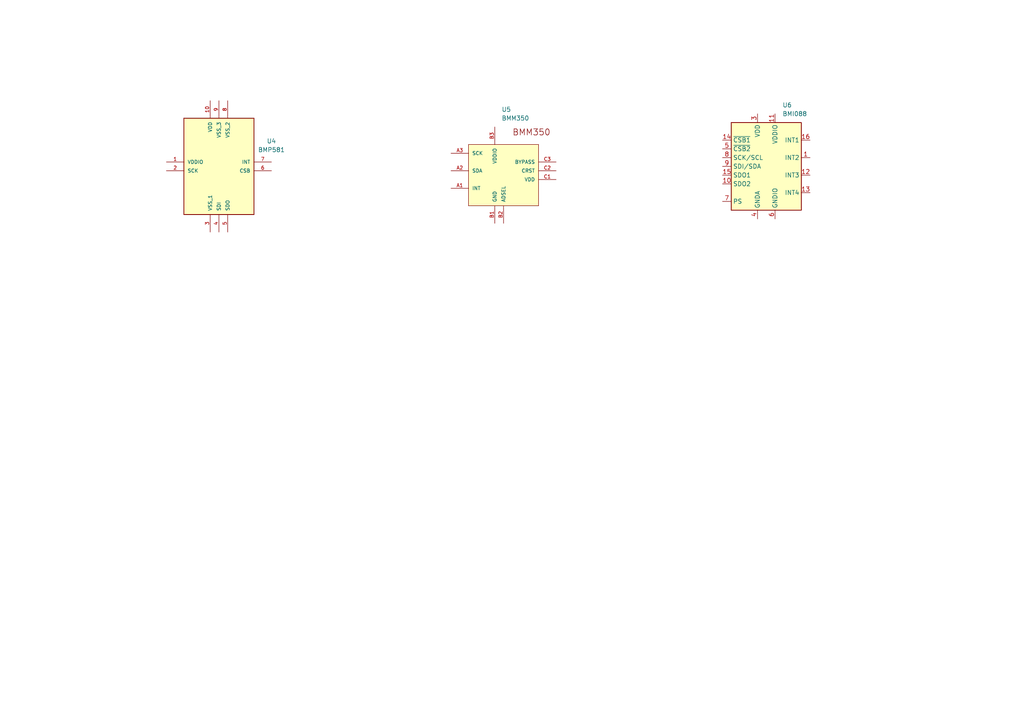
<source format=kicad_sch>
(kicad_sch (version 20250114) (generator "eeschema") (generator_version "9.0")
  (paper "A4")
  (title_block (title "Blitz"))
  (lib_symbols
    (symbol "BMM350:BMM350" (pin_names (offset 1.016))
      (property "Reference" "U" (at 0 0 0))
      (property "Value" "BMM350" (at 0 0 0))
      (symbol "BMM350_0_0"
        (rectangle (start -7.62 -10.16) (end 12.7 7.62) (stroke (width 0.1524)) (fill (type background)))
        (text "BMM350" (at 5.08 10.16 0) (effects (font (size 1.778 1.778)) (justify left bottom)))
        (pin bidirectional line (at -12.7 5.08 0) (length 5.08) (name "SCK") (number "A3"))
        (pin bidirectional line (at -12.7 0 0) (length 5.08) (name "SDA") (number "A2"))
        (pin bidirectional line (at -12.7 -5.08 0) (length 5.08) (name "INT") (number "A1"))
        (pin bidirectional line (at 0 12.7 270) (length 5.08) (name "VDDIO") (number "B3"))
        (pin bidirectional line (at 0 -15.24 90) (length 5.08) (name "GND") (number "B1"))
        (pin bidirectional line (at 2.54 -15.24 90) (length 5.08) (name "ADSEL") (number "B2"))
        (pin bidirectional line (at 17.78 2.54 180) (length 5.08) (name "BYPASS") (number "C3"))
        (pin bidirectional line (at 17.78 0 180) (length 5.08) (name "CRST") (number "C2"))
        (pin bidirectional line (at 17.78 -2.54 180) (length 5.08) (name "VDD") (number "C1"))
      )
    )
    (symbol "BMP581:BMP581" (pin_names (offset 1.016))
      (property "Reference" "U" (at 26.67 17.78 0))
      (property "Value" "BMP581" (at 26.67 15.24 0))
      (symbol "BMP581_0_0"
        (rectangle (start 5.08 -15.24) (end 25.4 12.7) (stroke (width 0.254)) (fill (type background)))
        (pin bidirectional line (at 0 0 0) (length 5.08) (name "VDDIO") (number "1"))
        (pin bidirectional line (at 0 -2.54 0) (length 5.08) (name "SCK") (number "2"))
        (pin bidirectional line (at 12.7 17.78 270) (length 5.08) (name "VDD") (number "10"))
        (pin bidirectional line (at 12.7 -20.32 90) (length 5.08) (name "VSS_1") (number "3"))
        (pin bidirectional line (at 15.24 17.78 270) (length 5.08) (name "VSS_3") (number "9"))
        (pin bidirectional line (at 15.24 -20.32 90) (length 5.08) (name "SDI") (number "4"))
        (pin bidirectional line (at 17.78 17.78 270) (length 5.08) (name "VSS_2") (number "8"))
        (pin bidirectional line (at 17.78 -20.32 90) (length 5.08) (name "SDO") (number "5"))
        (pin bidirectional line (at 30.48 0 180) (length 5.08) (name "INT") (number "7"))
        (pin bidirectional line (at 30.48 -2.54 180) (length 5.08) (name "CSB") (number "6"))
      )
    )
    (symbol "Sensor_Motion:BMI088"
      (property "Reference" "U" (at -8.89 13.97 0))
      (property "Value" "BMI088" (at 8.89 13.97 0))
      (symbol "BMI088_1_1"
        (rectangle (start -10.16 12.7) (end 10.16 -12.7) (stroke (width 0.254)) (fill (type background)))
        (pin input line (at -12.7 7.62 0) (length 2.54) (name "~{CSB1}") (number "14"))
        (pin input line (at -12.7 5.08 0) (length 2.54) (name "~{CSB2}") (number "5"))
        (pin input line (at -12.7 2.54 0) (length 2.54) (name "SCK/SCL") (number "8"))
        (pin bidirectional line (at -12.7 0 0) (length 2.54) (name "SDI/SDA") (number "9"))
        (pin output line (at -12.7 -2.54 0) (length 2.54) (name "SDO1") (number "15"))
        (pin output line (at -12.7 -5.08 0) (length 2.54) (name "SDO2") (number "10"))
        (pin input line (at -12.7 -10.16 0) (length 2.54) (name "PS") (number "7"))
        (pin power_in line (at -2.54 15.24 270) (length 2.54) (name "VDD") (number "3"))
        (pin passive line (at -2.54 -15.24 90) (length 2.54) (hide yes) (name "GNDA") (number "2"))
        (pin power_in line (at -2.54 -15.24 90) (length 2.54) (name "GNDA") (number "4"))
        (pin power_in line (at 2.54 15.24 270) (length 2.54) (name "VDDIO") (number "11"))
        (pin power_in line (at 2.54 -15.24 90) (length 2.54) (name "GNDIO") (number "6"))
        (pin bidirectional line (at 12.7 7.62 180) (length 2.54) (name "INT1") (number "16"))
        (pin bidirectional line (at 12.7 2.54 180) (length 2.54) (name "INT2") (number "1"))
        (pin bidirectional line (at 12.7 -2.54 180) (length 2.54) (name "INT3") (number "12"))
        (pin bidirectional line (at 12.7 -7.62 180) (length 2.54) (name "INT4") (number "13"))
      )
    )
  )
  (symbol (lib_id "Sensor_Motion:BMI088") (at 222.25 48.26 0) (unit 1)
    (property "Reference" "U6" (at 226.9333 30.48 0) (effects (justify left)))
    (property "Value" "BMI088" (at 226.9333 33.02 0) (effects (justify left)))
    (property "Footprint" "Package_LGA:Bosch_LGA-16_4.5x3mm_P0.5mm_LayoutBorder7x1y_ClockwisePinNumbering" (effects (hide yes)))
    (property "Datasheet" "https://www.bosch-sensortec.com/media/boschsensortec/downloads/datasheets/bst-bmi088-ds001.pdf" (effects (hide yes)))
    (property "Description" "Accelerometer, Gyroscope, 6-Axis Sensor, I2C / SPI interface, LGA-16" (effects (hide yes)))
  )
  (symbol (lib_id "BMP581:BMP581") (at 48.26 46.99 0) (unit 1)
    (property "Reference" "U4" (at 78.74 40.9192 0))
    (property "Value" "BMP581" (at 78.74 43.4592 0))
    (property "Footprint" "BMP581:BMP581" (effects (hide yes)))
    (property "Manufacturer_Name" "BOSCH" (effects (hide yes)))
    (property "MF" "Bosch" (effects (hide yes)))
    (property "Description_1" "Very small, low-power and low noise 24-bit absolute barometric pressure sensor. This digital, high-performance sensor is ideally suited for a wide range of altitude tracking applications and offers outstanding design flexibility" (effects (hide yes)))
    (property "Package" "None" (effects (hide yes)))
    (property "Price" "None" (effects (hide yes)))
    (property "Check_prices" "https://www.snapeda.com/parts/BMP581/Bosch/view-part/?ref=eda" (effects (hide yes)))
    (property "Height" "0.8mm" (effects (hide yes)))
    (property "MP" "BMP581" (effects (hide yes)))
    (property "SnapEDA_Link" "https://www.snapeda.com/parts/BMP581/Bosch/view-part/?ref=snap" (effects (hide yes)))
    (property "Arrow_Price-Stock" "https://www.arrow.com/en/products/bmp581/bosch?region=nac" (effects (hide yes)))
    (property "Arrow_Part_Number" "BMP581" (effects (hide yes)))
    (property "Purchase-URL" "https://www.snapeda.com/api/url_track_click_mouser/?unipart_id=10588762&manufacturer=Bosch&part_name=BMP581&search_term=bmp581" (effects (hide yes)))
    (property "Availability" "In Stock" (effects (hide yes)))
    (property "Manufacturer_Part_Number" "BMP581" (effects (hide yes)))
  )
  (symbol (lib_id "BMM350:BMM350") (at 143.51 49.53 0) (unit 1)
    (property "Reference" "U5" (at 145.4786 31.75 0) (effects (justify left)))
    (property "Value" "BMM350" (at 145.4786 34.29 0) (effects (justify left)))
    (property "Footprint" "BMM350:BGA9C40P3X3_128X128X50" (effects (hide yes)))
    (property "MF" "Bosch" (effects (hide yes)))
    (property "Description_1" "Magnetoresistive Sensor X, Y, Z Axis 9-WLCSP (1.28x1.28)" (effects (hide yes)))
    (property "Package" "None" (effects (hide yes)))
    (property "Price" "None" (effects (hide yes)))
    (property "SnapEDA_Link" "https://www.snapeda.com/parts/BMM350/Bosch/view-part/?ref=snap" (effects (hide yes)))
    (property "MP" "BMM350" (effects (hide yes)))
    (property "Purchase-URL" "https://www.snapeda.com/api/url_track_click_mouser/?unipart_id=12619041&manufacturer=Bosch&part_name=BMM350&search_term=bmm350" (effects (hide yes)))
    (property "Availability" "In Stock" (effects (hide yes)))
    (property "Check_prices" "https://www.snapeda.com/parts/BMM350/Bosch/view-part/?ref=eda" (effects (hide yes)))
  )
)
</source>
